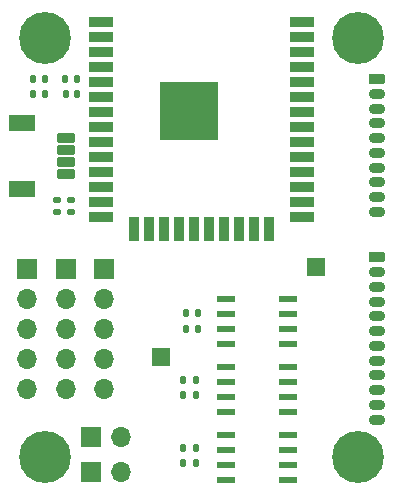
<source format=gbr>
%TF.GenerationSoftware,KiCad,Pcbnew,(6.0.0-0)*%
%TF.CreationDate,2022-04-13T11:49:57+02:00*%
%TF.ProjectId,Main,4d61696e-2e6b-4696-9361-645f70636258,rev?*%
%TF.SameCoordinates,Original*%
%TF.FileFunction,Soldermask,Top*%
%TF.FilePolarity,Negative*%
%FSLAX46Y46*%
G04 Gerber Fmt 4.6, Leading zero omitted, Abs format (unit mm)*
G04 Created by KiCad (PCBNEW (6.0.0-0)) date 2022-04-13 11:49:57*
%MOMM*%
%LPD*%
G01*
G04 APERTURE LIST*
G04 Aperture macros list*
%AMRoundRect*
0 Rectangle with rounded corners*
0 $1 Rounding radius*
0 $2 $3 $4 $5 $6 $7 $8 $9 X,Y pos of 4 corners*
0 Add a 4 corners polygon primitive as box body*
4,1,4,$2,$3,$4,$5,$6,$7,$8,$9,$2,$3,0*
0 Add four circle primitives for the rounded corners*
1,1,$1+$1,$2,$3*
1,1,$1+$1,$4,$5*
1,1,$1+$1,$6,$7*
1,1,$1+$1,$8,$9*
0 Add four rect primitives between the rounded corners*
20,1,$1+$1,$2,$3,$4,$5,0*
20,1,$1+$1,$4,$5,$6,$7,0*
20,1,$1+$1,$6,$7,$8,$9,0*
20,1,$1+$1,$8,$9,$2,$3,0*%
G04 Aperture macros list end*
%ADD10RoundRect,0.135000X0.135000X0.185000X-0.135000X0.185000X-0.135000X-0.185000X0.135000X-0.185000X0*%
%ADD11R,1.700000X1.700000*%
%ADD12O,1.700000X1.700000*%
%ADD13RoundRect,0.140000X-0.140000X-0.170000X0.140000X-0.170000X0.140000X0.170000X-0.140000X0.170000X0*%
%ADD14RoundRect,0.135000X0.185000X-0.135000X0.185000X0.135000X-0.185000X0.135000X-0.185000X-0.135000X0*%
%ADD15RoundRect,0.070692X0.719308X0.223858X-0.719308X0.223858X-0.719308X-0.223858X0.719308X-0.223858X0*%
%ADD16R,1.500000X1.500000*%
%ADD17R,2.000000X0.900000*%
%ADD18R,0.900000X2.000000*%
%ADD19R,5.000000X5.000000*%
%ADD20C,4.400000*%
%ADD21RoundRect,0.140000X0.140000X0.170000X-0.140000X0.170000X-0.140000X-0.170000X0.140000X-0.170000X0*%
%ADD22RoundRect,0.225000X-0.475000X0.225000X-0.475000X-0.225000X0.475000X-0.225000X0.475000X0.225000X0*%
%ADD23O,1.400000X0.900000*%
%ADD24RoundRect,0.101600X-0.674370X0.299720X-0.674370X-0.299720X0.674370X-0.299720X0.674370X0.299720X0*%
%ADD25RoundRect,0.101600X-0.999490X0.599440X-0.999490X-0.599440X0.999490X-0.599440X0.999490X0.599440X0*%
%ADD26RoundRect,0.135000X-0.135000X-0.185000X0.135000X-0.185000X0.135000X0.185000X-0.135000X0.185000X0*%
G04 APERTURE END LIST*
D10*
%TO.C,R9*%
X81010000Y-93650000D03*
X79990000Y-93650000D03*
%TD*%
D11*
%TO.C,J8*%
X71950000Y-105725000D03*
D12*
X74490000Y-105725000D03*
%TD*%
D13*
%TO.C,C2*%
X69790000Y-73750000D03*
X70750000Y-73750000D03*
%TD*%
D14*
%TO.C,R3*%
X69000000Y-83760000D03*
X69000000Y-82740000D03*
%TD*%
D15*
%TO.C,IC2*%
X88624600Y-94905000D03*
X88624600Y-93635000D03*
X88624600Y-92365000D03*
X88624600Y-91095000D03*
X83375400Y-91095000D03*
X83375400Y-92365000D03*
X83375400Y-93635000D03*
X83375400Y-94905000D03*
%TD*%
D10*
%TO.C,R6*%
X81010000Y-92250000D03*
X79990000Y-92250000D03*
%TD*%
D16*
%TO.C,TP6*%
X77800000Y-96000000D03*
%TD*%
D10*
%TO.C,R8*%
X80760000Y-103750000D03*
X79740000Y-103750000D03*
%TD*%
D17*
%TO.C,U1*%
X72750000Y-67685000D03*
X72750000Y-68955000D03*
X72750000Y-70225000D03*
X72750000Y-71495000D03*
X72750000Y-72765000D03*
X72750000Y-74035000D03*
X72750000Y-75305000D03*
X72750000Y-76575000D03*
X72750000Y-77845000D03*
X72750000Y-79115000D03*
X72750000Y-80385000D03*
X72750000Y-81655000D03*
X72750000Y-82925000D03*
X72750000Y-84195000D03*
D18*
X75535000Y-85195000D03*
X76805000Y-85195000D03*
X78075000Y-85195000D03*
X79345000Y-85195000D03*
X80615000Y-85195000D03*
X81885000Y-85195000D03*
X83155000Y-85195000D03*
X84425000Y-85195000D03*
X85695000Y-85195000D03*
X86965000Y-85195000D03*
D17*
X89750000Y-84195000D03*
X89750000Y-82925000D03*
X89750000Y-81655000D03*
X89750000Y-80385000D03*
X89750000Y-79115000D03*
X89750000Y-77845000D03*
X89750000Y-76575000D03*
X89750000Y-75305000D03*
X89750000Y-74035000D03*
X89750000Y-72765000D03*
X89750000Y-71495000D03*
X89750000Y-70225000D03*
X89750000Y-68955000D03*
X89750000Y-67685000D03*
D19*
X80250000Y-75185000D03*
%TD*%
D20*
%TO.C,H4*%
X68000000Y-69000000D03*
%TD*%
D21*
%TO.C,C4*%
X67980000Y-72500000D03*
X67020000Y-72500000D03*
%TD*%
D11*
%TO.C,J4*%
X66525000Y-88550000D03*
D12*
X66525000Y-91090000D03*
X66525000Y-93630000D03*
X66525000Y-96170000D03*
X66525000Y-98710000D03*
%TD*%
D10*
%TO.C,R7*%
X80760000Y-105000000D03*
X79740000Y-105000000D03*
%TD*%
%TO.C,R5*%
X80760000Y-98000000D03*
X79740000Y-98000000D03*
%TD*%
D15*
%TO.C,IC1*%
X88624600Y-100655000D03*
X88624600Y-99385000D03*
X88624600Y-98115000D03*
X88624600Y-96845000D03*
X83375400Y-96845000D03*
X83375400Y-98115000D03*
X83375400Y-99385000D03*
X83375400Y-100655000D03*
%TD*%
D11*
%TO.C,J5*%
X69775000Y-88550000D03*
D12*
X69775000Y-91090000D03*
X69775000Y-93630000D03*
X69775000Y-96170000D03*
X69775000Y-98710000D03*
%TD*%
D21*
%TO.C,C3*%
X67980000Y-73750000D03*
X67020000Y-73750000D03*
%TD*%
D15*
%TO.C,IC3*%
X88624600Y-106405000D03*
X88624600Y-105135000D03*
X88624600Y-103865000D03*
X88624600Y-102595000D03*
X83375400Y-102595000D03*
X83375400Y-103865000D03*
X83375400Y-105135000D03*
X83375400Y-106405000D03*
%TD*%
D16*
%TO.C,TP4*%
X91000000Y-88400000D03*
%TD*%
D14*
%TO.C,R2*%
X70250000Y-83760000D03*
X70250000Y-82740000D03*
%TD*%
D11*
%TO.C,J6*%
X73025000Y-88550000D03*
D12*
X73025000Y-91090000D03*
X73025000Y-93630000D03*
X73025000Y-96170000D03*
X73025000Y-98710000D03*
%TD*%
D22*
%TO.C,J7*%
X96100000Y-87575000D03*
D23*
X96100000Y-88825000D03*
X96100000Y-90075000D03*
X96100000Y-91325000D03*
X96100000Y-92575000D03*
X96100000Y-93825000D03*
X96100000Y-95075000D03*
X96100000Y-96325000D03*
X96100000Y-97575000D03*
X96100000Y-98825000D03*
X96100000Y-100075000D03*
X96100000Y-101325000D03*
%TD*%
D20*
%TO.C,H2*%
X94500000Y-69000000D03*
%TD*%
D10*
%TO.C,R4*%
X80760000Y-99250000D03*
X79740000Y-99250000D03*
%TD*%
D24*
%TO.C,J2*%
X69776285Y-77501400D03*
X69776285Y-78502160D03*
X69776285Y-79497840D03*
X69776285Y-80498600D03*
D25*
X66103445Y-81799080D03*
X66103445Y-76200920D03*
%TD*%
D11*
%TO.C,J3*%
X71950000Y-102775000D03*
D12*
X74490000Y-102775000D03*
%TD*%
D20*
%TO.C,H1*%
X68000000Y-104500000D03*
%TD*%
%TO.C,H3*%
X94500000Y-104500000D03*
%TD*%
D26*
%TO.C,R1*%
X69740000Y-72500000D03*
X70760000Y-72500000D03*
%TD*%
D22*
%TO.C,J1*%
X96100000Y-72475000D03*
D23*
X96100000Y-73725000D03*
X96100000Y-74975000D03*
X96100000Y-76225000D03*
X96100000Y-77475000D03*
X96100000Y-78725000D03*
X96100000Y-79975000D03*
X96100000Y-81225000D03*
X96100000Y-82475000D03*
X96100000Y-83725000D03*
%TD*%
M02*

</source>
